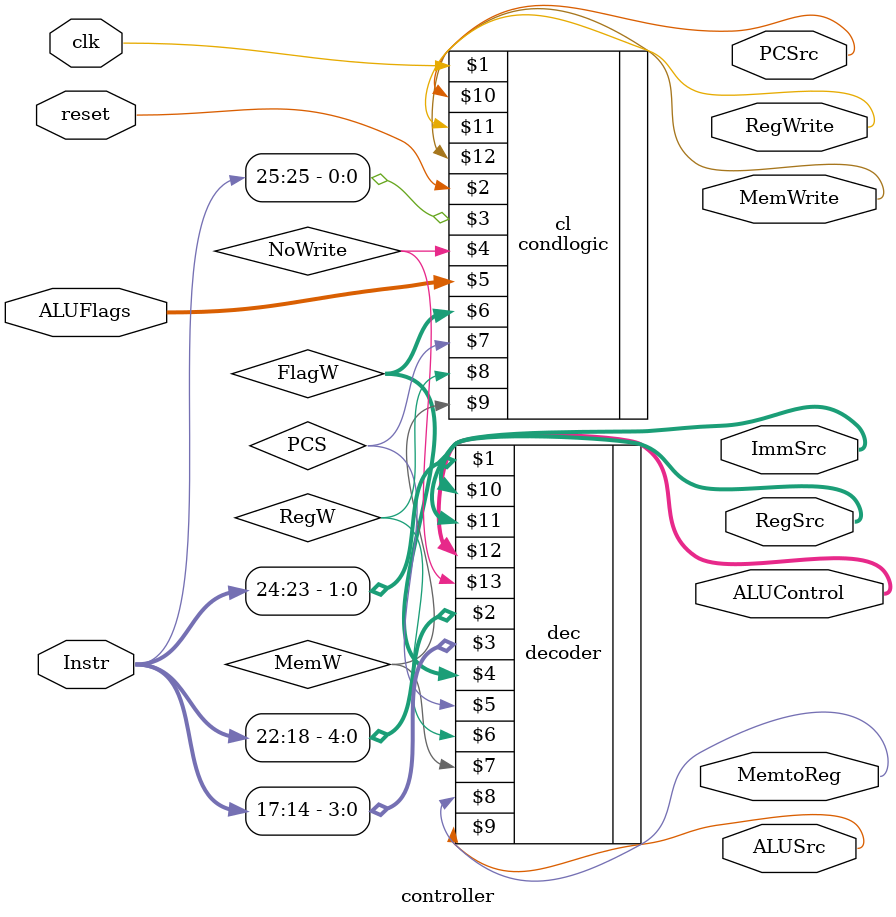
<source format=sv>
module controller (
    input logic             clk, reset,
    input logic  [25:10]    Instr,
    input logic  [3:0]      ALUFlags,
    output logic [1:0]      RegSrc, ImmSrc, ALUControl,
    output logic            RegWrite, ALUSrc, MemWrite, MemtoReg, PCSrc
);

    logic [1:0] FlagW;
    logic       PCS, RegW, MemW, NoWrite;

    decoder dec(Instr[24:23], Instr[22:18], Instr[17:14],
                FlagW, PCS, RegW, MemW,
                MemtoReg, ALUSrc, ImmSrc, RegSrc, ALUControl, NoWrite);

    condlogic cl(clk, reset, Instr[25], NoWrite,
                ALUFlags, FlagW, PCS, RegW, MemW,
                PCSrc, RegWrite, MemWrite);

endmodule
</source>
